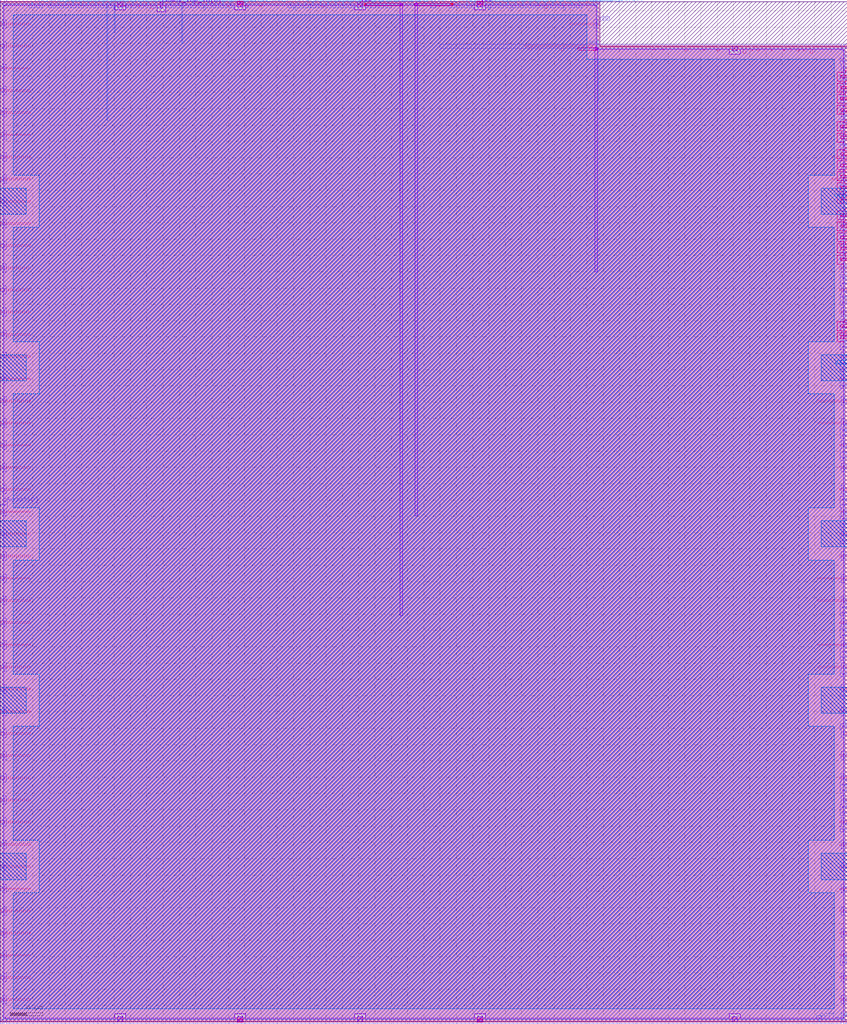
<source format=lef>
VERSION 5.7 ;
BUSBITCHARS "[]" ;

UNITS
  DATABASE MICRONS 1000 ;
END UNITS

MANUFACTURINGGRID 0.005 ;

LAYER li1
  TYPE ROUTING ;
  DIRECTION VERTICAL ;
  PITCH 0.46 ;
  WIDTH 0.17 ;
END li1

LAYER mcon
  TYPE CUT ;
END mcon

LAYER met1
  TYPE ROUTING ;
  DIRECTION HORIZONTAL ;
  PITCH 0.34 ;
  WIDTH 0.14 ;
END met1

LAYER via
  TYPE CUT ;
END via

LAYER met2
  TYPE ROUTING ;
  DIRECTION VERTICAL ;
  PITCH 0.46 ;
  WIDTH 0.14 ;
END met2

LAYER via2
  TYPE CUT ;
END via2

LAYER met3
  TYPE ROUTING ;
  DIRECTION HORIZONTAL ;
  PITCH 0.68 ;
  WIDTH 0.3 ;
END met3

LAYER via3
  TYPE CUT ;
END via3

LAYER met4
  TYPE ROUTING ;
  DIRECTION VERTICAL ;
  PITCH 0.92 ;
  WIDTH 0.3 ;
END met4

LAYER via4
  TYPE CUT ;
END via4

LAYER met5
  TYPE ROUTING ;
  DIRECTION HORIZONTAL ;
  PITCH 3.4 ;
  WIDTH 1.6 ;
END met5

LAYER nwell
  TYPE MASTERSLICE ;
END nwell

LAYER pwell
  TYPE MASTERSLICE ;
END pwell

LAYER OVERLAP
  TYPE OVERLAP ;
END OVERLAP

VIA L1M1_PR
  LAYER li1 ;
    RECT -0.085 -0.085 0.085 0.085 ;
  LAYER mcon ;
    RECT -0.085 -0.085 0.085 0.085 ;
  LAYER met1 ;
    RECT -0.145 -0.115 0.145 0.115 ;
END L1M1_PR

VIA L1M1_PR_R
  LAYER li1 ;
    RECT -0.085 -0.085 0.085 0.085 ;
  LAYER mcon ;
    RECT -0.085 -0.085 0.085 0.085 ;
  LAYER met1 ;
    RECT -0.115 -0.145 0.115 0.145 ;
END L1M1_PR_R

VIA L1M1_PR_M
  LAYER li1 ;
    RECT -0.085 -0.085 0.085 0.085 ;
  LAYER mcon ;
    RECT -0.085 -0.085 0.085 0.085 ;
  LAYER met1 ;
    RECT -0.115 -0.145 0.115 0.145 ;
END L1M1_PR_M

VIA L1M1_PR_MR
  LAYER li1 ;
    RECT -0.085 -0.085 0.085 0.085 ;
  LAYER mcon ;
    RECT -0.085 -0.085 0.085 0.085 ;
  LAYER met1 ;
    RECT -0.145 -0.115 0.145 0.115 ;
END L1M1_PR_MR

VIA L1M1_PR_C
  LAYER li1 ;
    RECT -0.085 -0.085 0.085 0.085 ;
  LAYER mcon ;
    RECT -0.085 -0.085 0.085 0.085 ;
  LAYER met1 ;
    RECT -0.145 -0.145 0.145 0.145 ;
END L1M1_PR_C

VIA M1M2_PR
  LAYER met1 ;
    RECT -0.16 -0.13 0.16 0.13 ;
  LAYER via ;
    RECT -0.075 -0.075 0.075 0.075 ;
  LAYER met2 ;
    RECT -0.13 -0.16 0.13 0.16 ;
END M1M2_PR

VIA M1M2_PR_Enc
  LAYER met1 ;
    RECT -0.16 -0.13 0.16 0.13 ;
  LAYER via ;
    RECT -0.075 -0.075 0.075 0.075 ;
  LAYER met2 ;
    RECT -0.16 -0.13 0.16 0.13 ;
END M1M2_PR_Enc

VIA M1M2_PR_R
  LAYER met1 ;
    RECT -0.13 -0.16 0.13 0.16 ;
  LAYER via ;
    RECT -0.075 -0.075 0.075 0.075 ;
  LAYER met2 ;
    RECT -0.16 -0.13 0.16 0.13 ;
END M1M2_PR_R

VIA M1M2_PR_R_Enc
  LAYER met1 ;
    RECT -0.13 -0.16 0.13 0.16 ;
  LAYER via ;
    RECT -0.075 -0.075 0.075 0.075 ;
  LAYER met2 ;
    RECT -0.13 -0.16 0.13 0.16 ;
END M1M2_PR_R_Enc

VIA M1M2_PR_M
  LAYER met1 ;
    RECT -0.16 -0.13 0.16 0.13 ;
  LAYER via ;
    RECT -0.075 -0.075 0.075 0.075 ;
  LAYER met2 ;
    RECT -0.16 -0.13 0.16 0.13 ;
END M1M2_PR_M

VIA M1M2_PR_M_Enc
  LAYER met1 ;
    RECT -0.16 -0.13 0.16 0.13 ;
  LAYER via ;
    RECT -0.075 -0.075 0.075 0.075 ;
  LAYER met2 ;
    RECT -0.13 -0.16 0.13 0.16 ;
END M1M2_PR_M_Enc

VIA M1M2_PR_MR
  LAYER met1 ;
    RECT -0.13 -0.16 0.13 0.16 ;
  LAYER via ;
    RECT -0.075 -0.075 0.075 0.075 ;
  LAYER met2 ;
    RECT -0.13 -0.16 0.13 0.16 ;
END M1M2_PR_MR

VIA M1M2_PR_MR_Enc
  LAYER met1 ;
    RECT -0.13 -0.16 0.13 0.16 ;
  LAYER via ;
    RECT -0.075 -0.075 0.075 0.075 ;
  LAYER met2 ;
    RECT -0.16 -0.13 0.16 0.13 ;
END M1M2_PR_MR_Enc

VIA M1M2_PR_C
  LAYER met1 ;
    RECT -0.16 -0.16 0.16 0.16 ;
  LAYER via ;
    RECT -0.075 -0.075 0.075 0.075 ;
  LAYER met2 ;
    RECT -0.16 -0.16 0.16 0.16 ;
END M1M2_PR_C

VIA M2M3_PR
  LAYER met2 ;
    RECT -0.14 -0.185 0.14 0.185 ;
  LAYER via2 ;
    RECT -0.1 -0.1 0.1 0.1 ;
  LAYER met3 ;
    RECT -0.165 -0.165 0.165 0.165 ;
END M2M3_PR

VIA M2M3_PR_R
  LAYER met2 ;
    RECT -0.185 -0.14 0.185 0.14 ;
  LAYER via2 ;
    RECT -0.1 -0.1 0.1 0.1 ;
  LAYER met3 ;
    RECT -0.165 -0.165 0.165 0.165 ;
END M2M3_PR_R

VIA M2M3_PR_M
  LAYER met2 ;
    RECT -0.14 -0.185 0.14 0.185 ;
  LAYER via2 ;
    RECT -0.1 -0.1 0.1 0.1 ;
  LAYER met3 ;
    RECT -0.165 -0.165 0.165 0.165 ;
END M2M3_PR_M

VIA M2M3_PR_MR
  LAYER met2 ;
    RECT -0.185 -0.14 0.185 0.14 ;
  LAYER via2 ;
    RECT -0.1 -0.1 0.1 0.1 ;
  LAYER met3 ;
    RECT -0.165 -0.165 0.165 0.165 ;
END M2M3_PR_MR

VIA M2M3_PR_C
  LAYER met2 ;
    RECT -0.185 -0.185 0.185 0.185 ;
  LAYER via2 ;
    RECT -0.1 -0.1 0.1 0.1 ;
  LAYER met3 ;
    RECT -0.165 -0.165 0.165 0.165 ;
END M2M3_PR_C

VIA M3M4_PR
  LAYER met3 ;
    RECT -0.19 -0.16 0.19 0.16 ;
  LAYER via3 ;
    RECT -0.1 -0.1 0.1 0.1 ;
  LAYER met4 ;
    RECT -0.165 -0.165 0.165 0.165 ;
END M3M4_PR

VIA M3M4_PR_R
  LAYER met3 ;
    RECT -0.16 -0.19 0.16 0.19 ;
  LAYER via3 ;
    RECT -0.1 -0.1 0.1 0.1 ;
  LAYER met4 ;
    RECT -0.165 -0.165 0.165 0.165 ;
END M3M4_PR_R

VIA M3M4_PR_M
  LAYER met3 ;
    RECT -0.19 -0.16 0.19 0.16 ;
  LAYER via3 ;
    RECT -0.1 -0.1 0.1 0.1 ;
  LAYER met4 ;
    RECT -0.165 -0.165 0.165 0.165 ;
END M3M4_PR_M

VIA M3M4_PR_MR
  LAYER met3 ;
    RECT -0.16 -0.19 0.16 0.19 ;
  LAYER via3 ;
    RECT -0.1 -0.1 0.1 0.1 ;
  LAYER met4 ;
    RECT -0.165 -0.165 0.165 0.165 ;
END M3M4_PR_MR

VIA M3M4_PR_C
  LAYER met3 ;
    RECT -0.19 -0.19 0.19 0.19 ;
  LAYER via3 ;
    RECT -0.1 -0.1 0.1 0.1 ;
  LAYER met4 ;
    RECT -0.165 -0.165 0.165 0.165 ;
END M3M4_PR_C

VIA M4M5_PR
  LAYER met4 ;
    RECT -0.59 -0.59 0.59 0.59 ;
  LAYER via4 ;
    RECT -0.4 -0.4 0.4 0.4 ;
  LAYER met5 ;
    RECT -0.71 -0.71 0.71 0.71 ;
END M4M5_PR

VIA M4M5_PR_R
  LAYER met4 ;
    RECT -0.59 -0.59 0.59 0.59 ;
  LAYER via4 ;
    RECT -0.4 -0.4 0.4 0.4 ;
  LAYER met5 ;
    RECT -0.71 -0.71 0.71 0.71 ;
END M4M5_PR_R

VIA M4M5_PR_M
  LAYER met4 ;
    RECT -0.59 -0.59 0.59 0.59 ;
  LAYER via4 ;
    RECT -0.4 -0.4 0.4 0.4 ;
  LAYER met5 ;
    RECT -0.71 -0.71 0.71 0.71 ;
END M4M5_PR_M

VIA M4M5_PR_MR
  LAYER met4 ;
    RECT -0.59 -0.59 0.59 0.59 ;
  LAYER via4 ;
    RECT -0.4 -0.4 0.4 0.4 ;
  LAYER met5 ;
    RECT -0.71 -0.71 0.71 0.71 ;
END M4M5_PR_MR

VIA M4M5_PR_C
  LAYER met4 ;
    RECT -0.59 -0.59 0.59 0.59 ;
  LAYER via4 ;
    RECT -0.4 -0.4 0.4 0.4 ;
  LAYER met5 ;
    RECT -0.71 -0.71 0.71 0.71 ;
END M4M5_PR_C

SITE unit
  CLASS CORE ;
  SYMMETRY Y ;
  SIZE 0.46 BY 2.72 ;
END unit

SITE unithddbl
  CLASS CORE ;
  SIZE 0.46 BY 5.44 ;
END unithddbl

MACRO sb_0__0_
  CLASS BLOCK ;
  ORIGIN 0 0 ;
  SIZE 103.96 BY 125.12 ;
  SYMMETRY X Y ;
  PIN pReset[0]
    DIRECTION INPUT ;
    USE SIGNAL ;
    PORT
      LAYER met1 ;
        RECT 0 63.34 0.595 63.48 ;
    END
  END pReset[0]
  PIN chany_top_in[0]
    DIRECTION INPUT ;
    USE SIGNAL ;
    PORT
      LAYER met4 ;
        RECT 19.63 124.32 19.93 125.12 ;
    END
  END chany_top_in[0]
  PIN chany_top_in[1]
    DIRECTION INPUT ;
    USE SIGNAL ;
    PORT
      LAYER met2 ;
        RECT 68.7 124.635 68.84 125.12 ;
    END
  END chany_top_in[1]
  PIN chany_top_in[2]
    DIRECTION INPUT ;
    USE SIGNAL ;
    PORT
      LAYER met2 ;
        RECT 55.36 124.635 55.5 125.12 ;
    END
  END chany_top_in[2]
  PIN chany_top_in[3]
    DIRECTION INPUT ;
    USE SIGNAL ;
    PORT
      LAYER met2 ;
        RECT 10.74 124.635 10.88 125.12 ;
    END
  END chany_top_in[3]
  PIN chany_top_in[4]
    DIRECTION INPUT ;
    USE SIGNAL ;
    PORT
      LAYER met2 ;
        RECT 7.98 124.635 8.12 125.12 ;
    END
  END chany_top_in[4]
  PIN chany_top_in[5]
    DIRECTION INPUT ;
    USE SIGNAL ;
    PORT
      LAYER met2 ;
        RECT 59.5 124.635 59.64 125.12 ;
    END
  END chany_top_in[5]
  PIN chany_top_in[6]
    DIRECTION INPUT ;
    USE SIGNAL ;
    PORT
      LAYER met2 ;
        RECT 11.66 124.635 11.8 125.12 ;
    END
  END chany_top_in[6]
  PIN chany_top_in[7]
    DIRECTION INPUT ;
    USE SIGNAL ;
    PORT
      LAYER met2 ;
        RECT 13.5 124.635 13.64 125.12 ;
    END
  END chany_top_in[7]
  PIN chany_top_in[8]
    DIRECTION INPUT ;
    USE SIGNAL ;
    PORT
      LAYER met2 ;
        RECT 25.46 124.635 25.6 125.12 ;
    END
  END chany_top_in[8]
  PIN chany_top_in[9]
    DIRECTION INPUT ;
    USE SIGNAL ;
    PORT
      LAYER met2 ;
        RECT 24.54 124.635 24.68 125.12 ;
    END
  END chany_top_in[9]
  PIN chany_top_in[10]
    DIRECTION INPUT ;
    USE SIGNAL ;
    PORT
      LAYER met2 ;
        RECT 36.5 124.635 36.64 125.12 ;
    END
  END chany_top_in[10]
  PIN chany_top_in[11]
    DIRECTION INPUT ;
    USE SIGNAL ;
    PORT
      LAYER met2 ;
        RECT 61.34 124.635 61.48 125.12 ;
    END
  END chany_top_in[11]
  PIN chany_top_in[12]
    DIRECTION INPUT ;
    USE SIGNAL ;
    PORT
      LAYER met2 ;
        RECT 53.06 124.635 53.2 125.12 ;
    END
  END chany_top_in[12]
  PIN chany_top_in[13]
    DIRECTION INPUT ;
    USE SIGNAL ;
    PORT
      LAYER met2 ;
        RECT 66.86 124.635 67 125.12 ;
    END
  END chany_top_in[13]
  PIN chany_top_in[14]
    DIRECTION INPUT ;
    USE SIGNAL ;
    PORT
      LAYER met2 ;
        RECT 70.08 124.635 70.22 125.12 ;
    END
  END chany_top_in[14]
  PIN chany_top_in[15]
    DIRECTION INPUT ;
    USE SIGNAL ;
    PORT
      LAYER met2 ;
        RECT 57.2 124.635 57.34 125.12 ;
    END
  END chany_top_in[15]
  PIN chany_top_in[16]
    DIRECTION INPUT ;
    USE SIGNAL ;
    PORT
      LAYER met2 ;
        RECT 60.42 124.635 60.56 125.12 ;
    END
  END chany_top_in[16]
  PIN chany_top_in[17]
    DIRECTION INPUT ;
    USE SIGNAL ;
    PORT
      LAYER met2 ;
        RECT 27.3 124.635 27.44 125.12 ;
    END
  END chany_top_in[17]
  PIN chany_top_in[18]
    DIRECTION INPUT ;
    USE SIGNAL ;
    PORT
      LAYER met2 ;
        RECT 35.58 124.635 35.72 125.12 ;
    END
  END chany_top_in[18]
  PIN chany_top_in[19]
    DIRECTION INPUT ;
    USE SIGNAL ;
    PORT
      LAYER met2 ;
        RECT 65.02 124.635 65.16 125.12 ;
    END
  END chany_top_in[19]
  PIN chany_top_in[20]
    DIRECTION INPUT ;
    USE SIGNAL ;
    PORT
      LAYER met2 ;
        RECT 65.94 124.635 66.08 125.12 ;
    END
  END chany_top_in[20]
  PIN chany_top_in[21]
    DIRECTION INPUT ;
    USE SIGNAL ;
    PORT
      LAYER met2 ;
        RECT 58.12 124.635 58.26 125.12 ;
    END
  END chany_top_in[21]
  PIN chany_top_in[22]
    DIRECTION INPUT ;
    USE SIGNAL ;
    PORT
      LAYER met2 ;
        RECT 12.58 124.635 12.72 125.12 ;
    END
  END chany_top_in[22]
  PIN chany_top_in[23]
    DIRECTION INPUT ;
    USE SIGNAL ;
    PORT
      LAYER met2 ;
        RECT 14.42 124.635 14.56 125.12 ;
    END
  END chany_top_in[23]
  PIN chany_top_in[24]
    DIRECTION INPUT ;
    USE SIGNAL ;
    PORT
      LAYER met2 ;
        RECT 30.06 124.635 30.2 125.12 ;
    END
  END chany_top_in[24]
  PIN chany_top_in[25]
    DIRECTION INPUT ;
    USE SIGNAL ;
    PORT
      LAYER met2 ;
        RECT 9.82 124.635 9.96 125.12 ;
    END
  END chany_top_in[25]
  PIN chany_top_in[26]
    DIRECTION INPUT ;
    USE SIGNAL ;
    PORT
      LAYER met2 ;
        RECT 64.1 124.635 64.24 125.12 ;
    END
  END chany_top_in[26]
  PIN chany_top_in[27]
    DIRECTION INPUT ;
    USE SIGNAL ;
    PORT
      LAYER met2 ;
        RECT 56.28 124.635 56.42 125.12 ;
    END
  END chany_top_in[27]
  PIN chany_top_in[28]
    DIRECTION INPUT ;
    USE SIGNAL ;
    PORT
      LAYER met2 ;
        RECT 71 124.635 71.14 125.12 ;
    END
  END chany_top_in[28]
  PIN chany_top_in[29]
    DIRECTION INPUT ;
    USE SIGNAL ;
    PORT
      LAYER met2 ;
        RECT 47.54 124.635 47.68 125.12 ;
    END
  END chany_top_in[29]
  PIN top_left_grid_pin_1_[0]
    DIRECTION INPUT ;
    USE SIGNAL ;
    PORT
      LAYER met2 ;
        RECT 3.84 124.635 3.98 125.12 ;
    END
  END top_left_grid_pin_1_[0]
  PIN chanx_right_in[0]
    DIRECTION INPUT ;
    USE SIGNAL ;
    PORT
      LAYER met1 ;
        RECT 103.365 23.56 103.96 23.7 ;
    END
  END chanx_right_in[0]
  PIN chanx_right_in[1]
    DIRECTION INPUT ;
    USE SIGNAL ;
    PORT
      LAYER met3 ;
        RECT 103.16 109.67 103.96 109.97 ;
    END
  END chanx_right_in[1]
  PIN chanx_right_in[2]
    DIRECTION INPUT ;
    USE SIGNAL ;
    PORT
      LAYER met1 ;
        RECT 103.365 28.32 103.96 28.46 ;
    END
  END chanx_right_in[2]
  PIN chanx_right_in[3]
    DIRECTION INPUT ;
    USE SIGNAL ;
    PORT
      LAYER met1 ;
        RECT 103.365 69.12 103.96 69.26 ;
    END
  END chanx_right_in[3]
  PIN chanx_right_in[4]
    DIRECTION INPUT ;
    USE SIGNAL ;
    PORT
      LAYER met1 ;
        RECT 103.365 110.26 103.96 110.4 ;
    END
  END chanx_right_in[4]
  PIN chanx_right_in[5]
    DIRECTION INPUT ;
    USE SIGNAL ;
    PORT
      LAYER met1 ;
        RECT 103.365 48.04 103.96 48.18 ;
    END
  END chanx_right_in[5]
  PIN chanx_right_in[6]
    DIRECTION INPUT ;
    USE SIGNAL ;
    PORT
      LAYER met1 ;
        RECT 103.365 42.6 103.96 42.74 ;
    END
  END chanx_right_in[6]
  PIN chanx_right_in[7]
    DIRECTION INPUT ;
    USE SIGNAL ;
    PORT
      LAYER met1 ;
        RECT 103.365 109.58 103.96 109.72 ;
    END
  END chanx_right_in[7]
  PIN chanx_right_in[8]
    DIRECTION INPUT ;
    USE SIGNAL ;
    PORT
      LAYER met1 ;
        RECT 103.365 60.96 103.96 61.1 ;
    END
  END chanx_right_in[8]
  PIN chanx_right_in[9]
    DIRECTION INPUT ;
    USE SIGNAL ;
    PORT
      LAYER met1 ;
        RECT 103.365 105.16 103.96 105.3 ;
    END
  END chanx_right_in[9]
  PIN chanx_right_in[10]
    DIRECTION INPUT ;
    USE SIGNAL ;
    PORT
      LAYER met1 ;
        RECT 103.365 102.44 103.96 102.58 ;
    END
  END chanx_right_in[10]
  PIN chanx_right_in[11]
    DIRECTION INPUT ;
    USE SIGNAL ;
    PORT
      LAYER met1 ;
        RECT 103.365 85.1 103.96 85.24 ;
    END
  END chanx_right_in[11]
  PIN chanx_right_in[12]
    DIRECTION INPUT ;
    USE SIGNAL ;
    PORT
      LAYER met1 ;
        RECT 103.365 26.28 103.96 26.42 ;
    END
  END chanx_right_in[12]
  PIN chanx_right_in[13]
    DIRECTION INPUT ;
    USE SIGNAL ;
    PORT
      LAYER met1 ;
        RECT 103.365 106.86 103.96 107 ;
    END
  END chanx_right_in[13]
  PIN chanx_right_in[14]
    DIRECTION INPUT ;
    USE SIGNAL ;
    PORT
      LAYER met1 ;
        RECT 103.365 50.76 103.96 50.9 ;
    END
  END chanx_right_in[14]
  PIN chanx_right_in[15]
    DIRECTION INPUT ;
    USE SIGNAL ;
    PORT
      LAYER met3 ;
        RECT 103.16 83.83 103.96 84.13 ;
    END
  END chanx_right_in[15]
  PIN chanx_right_in[16]
    DIRECTION INPUT ;
    USE SIGNAL ;
    PORT
      LAYER met1 ;
        RECT 103.365 64.02 103.96 64.16 ;
    END
  END chanx_right_in[16]
  PIN chanx_right_in[17]
    DIRECTION INPUT ;
    USE SIGNAL ;
    PORT
      LAYER met1 ;
        RECT 103.365 47.36 103.96 47.5 ;
    END
  END chanx_right_in[17]
  PIN chanx_right_in[18]
    DIRECTION INPUT ;
    USE SIGNAL ;
    PORT
      LAYER met1 ;
        RECT 103.365 25.6 103.96 25.74 ;
    END
  END chanx_right_in[18]
  PIN chanx_right_in[19]
    DIRECTION INPUT ;
    USE SIGNAL ;
    PORT
      LAYER met1 ;
        RECT 103.365 71.84 103.96 71.98 ;
    END
  END chanx_right_in[19]
  PIN chanx_right_in[20]
    DIRECTION INPUT ;
    USE SIGNAL ;
    PORT
      LAYER met1 ;
        RECT 103.365 98.7 103.96 98.84 ;
    END
  END chanx_right_in[20]
  PIN chanx_right_in[21]
    DIRECTION INPUT ;
    USE SIGNAL ;
    PORT
      LAYER met1 ;
        RECT 103.365 93.6 103.96 93.74 ;
    END
  END chanx_right_in[21]
  PIN chanx_right_in[22]
    DIRECTION INPUT ;
    USE SIGNAL ;
    PORT
      LAYER met3 ;
        RECT 103.16 85.19 103.96 85.49 ;
    END
  END chanx_right_in[22]
  PIN chanx_right_in[23]
    DIRECTION INPUT ;
    USE SIGNAL ;
    PORT
      LAYER met1 ;
        RECT 103.365 82.72 103.96 82.86 ;
    END
  END chanx_right_in[23]
  PIN chanx_right_in[24]
    DIRECTION INPUT ;
    USE SIGNAL ;
    PORT
      LAYER met1 ;
        RECT 103.365 45.32 103.96 45.46 ;
    END
  END chanx_right_in[24]
  PIN chanx_right_in[25]
    DIRECTION INPUT ;
    USE SIGNAL ;
    PORT
      LAYER met1 ;
        RECT 103.365 107.54 103.96 107.68 ;
    END
  END chanx_right_in[25]
  PIN chanx_right_in[26]
    DIRECTION INPUT ;
    USE SIGNAL ;
    PORT
      LAYER met3 ;
        RECT 103.16 97.43 103.96 97.73 ;
    END
  END chanx_right_in[26]
  PIN chanx_right_in[27]
    DIRECTION INPUT ;
    USE SIGNAL ;
    PORT
      LAYER met1 ;
        RECT 103.365 50.08 103.96 50.22 ;
    END
  END chanx_right_in[27]
  PIN chanx_right_in[28]
    DIRECTION INPUT ;
    USE SIGNAL ;
    PORT
      LAYER met1 ;
        RECT 103.365 69.8 103.96 69.94 ;
    END
  END chanx_right_in[28]
  PIN chanx_right_in[29]
    DIRECTION INPUT ;
    USE SIGNAL ;
    PORT
      LAYER met1 ;
        RECT 103.365 83.4 103.96 83.54 ;
    END
  END chanx_right_in[29]
  PIN right_bottom_grid_pin_1_[0]
    DIRECTION INPUT ;
    USE SIGNAL ;
    PORT
      LAYER met3 ;
        RECT 103.16 98.79 103.96 99.09 ;
    END
  END right_bottom_grid_pin_1_[0]
  PIN right_bottom_grid_pin_3_[0]
    DIRECTION INPUT ;
    USE SIGNAL ;
    PORT
      LAYER met1 ;
        RECT 103.365 58.92 103.96 59.06 ;
    END
  END right_bottom_grid_pin_3_[0]
  PIN right_bottom_grid_pin_5_[0]
    DIRECTION INPUT ;
    USE SIGNAL ;
    PORT
      LAYER met3 ;
        RECT 103.16 93.35 103.96 93.65 ;
    END
  END right_bottom_grid_pin_5_[0]
  PIN right_bottom_grid_pin_7_[0]
    DIRECTION INPUT ;
    USE SIGNAL ;
    PORT
      LAYER met1 ;
        RECT 103.365 39.88 103.96 40.02 ;
    END
  END right_bottom_grid_pin_7_[0]
  PIN right_bottom_grid_pin_9_[0]
    DIRECTION INPUT ;
    USE SIGNAL ;
    PORT
      LAYER met3 ;
        RECT 103.16 115.79 103.96 116.09 ;
    END
  END right_bottom_grid_pin_9_[0]
  PIN right_bottom_grid_pin_11_[0]
    DIRECTION INPUT ;
    USE SIGNAL ;
    PORT
      LAYER met3 ;
        RECT 103.16 114.43 103.96 114.73 ;
    END
  END right_bottom_grid_pin_11_[0]
  PIN right_bottom_grid_pin_13_[0]
    DIRECTION INPUT ;
    USE SIGNAL ;
    PORT
      LAYER met3 ;
        RECT 103.16 113.07 103.96 113.37 ;
    END
  END right_bottom_grid_pin_13_[0]
  PIN right_bottom_grid_pin_15_[0]
    DIRECTION INPUT ;
    USE SIGNAL ;
    PORT
      LAYER met3 ;
        RECT 103.16 94.71 103.96 95.01 ;
    END
  END right_bottom_grid_pin_15_[0]
  PIN right_bottom_grid_pin_17_[0]
    DIRECTION INPUT ;
    USE SIGNAL ;
    PORT
      LAYER met3 ;
        RECT 103.16 100.83 103.96 101.13 ;
    END
  END right_bottom_grid_pin_17_[0]
  PIN ccff_head[0]
    DIRECTION INPUT ;
    USE SIGNAL ;
    PORT
      LAYER met1 ;
        RECT 103.365 61.64 103.96 61.78 ;
    END
  END ccff_head[0]
  PIN chany_top_out[0]
    DIRECTION OUTPUT ;
    USE SIGNAL ;
    PORT
      LAYER met2 ;
        RECT 15.34 124.635 15.48 125.12 ;
    END
  END chany_top_out[0]
  PIN chany_top_out[1]
    DIRECTION OUTPUT ;
    USE SIGNAL ;
    PORT
      LAYER met2 ;
        RECT 62.26 124.635 62.4 125.12 ;
    END
  END chany_top_out[1]
  PIN chany_top_out[2]
    DIRECTION OUTPUT ;
    USE SIGNAL ;
    PORT
      LAYER met2 ;
        RECT 16.26 124.635 16.4 125.12 ;
    END
  END chany_top_out[2]
  PIN chany_top_out[3]
    DIRECTION OUTPUT ;
    USE SIGNAL ;
    PORT
      LAYER met2 ;
        RECT 7.06 124.635 7.2 125.12 ;
    END
  END chany_top_out[3]
  PIN chany_top_out[4]
    DIRECTION OUTPUT ;
    USE SIGNAL ;
    PORT
      LAYER met2 ;
        RECT 46.62 124.635 46.76 125.12 ;
    END
  END chany_top_out[4]
  PIN chany_top_out[5]
    DIRECTION OUTPUT ;
    USE SIGNAL ;
    PORT
      LAYER met2 ;
        RECT 23.62 124.635 23.76 125.12 ;
    END
  END chany_top_out[5]
  PIN chany_top_out[6]
    DIRECTION OUTPUT ;
    USE SIGNAL ;
    PORT
      LAYER met2 ;
        RECT 8.9 124.635 9.04 125.12 ;
    END
  END chany_top_out[6]
  PIN chany_top_out[7]
    DIRECTION OUTPUT ;
    USE SIGNAL ;
    PORT
      LAYER met2 ;
        RECT 37.42 124.635 37.56 125.12 ;
    END
  END chany_top_out[7]
  PIN chany_top_out[8]
    DIRECTION OUTPUT ;
    USE SIGNAL ;
    PORT
      LAYER met2 ;
        RECT 63.18 124.635 63.32 125.12 ;
    END
  END chany_top_out[8]
  PIN chany_top_out[9]
    DIRECTION OUTPUT ;
    USE SIGNAL ;
    PORT
      LAYER met2 ;
        RECT 17.18 124.635 17.32 125.12 ;
    END
  END chany_top_out[9]
  PIN chany_top_out[10]
    DIRECTION OUTPUT ;
    USE SIGNAL ;
    PORT
      LAYER met2 ;
        RECT 45.7 124.635 45.84 125.12 ;
    END
  END chany_top_out[10]
  PIN chany_top_out[11]
    DIRECTION OUTPUT ;
    USE SIGNAL ;
    PORT
      LAYER met2 ;
        RECT 22.7 124.635 22.84 125.12 ;
    END
  END chany_top_out[11]
  PIN chany_top_out[12]
    DIRECTION OUTPUT ;
    USE SIGNAL ;
    PORT
      LAYER met2 ;
        RECT 26.38 124.635 26.52 125.12 ;
    END
  END chany_top_out[12]
  PIN chany_top_out[13]
    DIRECTION OUTPUT ;
    USE SIGNAL ;
    PORT
      LAYER met2 ;
        RECT 18.1 124.635 18.24 125.12 ;
    END
  END chany_top_out[13]
  PIN chany_top_out[14]
    DIRECTION OUTPUT ;
    USE SIGNAL ;
    PORT
      LAYER met2 ;
        RECT 67.78 124.635 67.92 125.12 ;
    END
  END chany_top_out[14]
  PIN chany_top_out[15]
    DIRECTION OUTPUT ;
    USE SIGNAL ;
    PORT
      LAYER met2 ;
        RECT 38.34 124.635 38.48 125.12 ;
    END
  END chany_top_out[15]
  PIN chany_top_out[16]
    DIRECTION OUTPUT ;
    USE SIGNAL ;
    PORT
      LAYER met2 ;
        RECT 44.78 124.635 44.92 125.12 ;
    END
  END chany_top_out[16]
  PIN chany_top_out[17]
    DIRECTION OUTPUT ;
    USE SIGNAL ;
    PORT
      LAYER met2 ;
        RECT 21.78 124.635 21.92 125.12 ;
    END
  END chany_top_out[17]
  PIN chany_top_out[18]
    DIRECTION OUTPUT ;
    USE SIGNAL ;
    PORT
      LAYER met2 ;
        RECT 4.76 124.635 4.9 125.12 ;
    END
  END chany_top_out[18]
  PIN chany_top_out[19]
    DIRECTION OUTPUT ;
    USE SIGNAL ;
    PORT
      LAYER met2 ;
        RECT 39.26 124.635 39.4 125.12 ;
    END
  END chany_top_out[19]
  PIN chany_top_out[20]
    DIRECTION OUTPUT ;
    USE SIGNAL ;
    PORT
      LAYER met2 ;
        RECT 43.86 124.635 44 125.12 ;
    END
  END chany_top_out[20]
  PIN chany_top_out[21]
    DIRECTION OUTPUT ;
    USE SIGNAL ;
    PORT
      LAYER met2 ;
        RECT 19.02 124.635 19.16 125.12 ;
    END
  END chany_top_out[21]
  PIN chany_top_out[22]
    DIRECTION OUTPUT ;
    USE SIGNAL ;
    PORT
      LAYER met2 ;
        RECT 6.14 124.635 6.28 125.12 ;
    END
  END chany_top_out[22]
  PIN chany_top_out[23]
    DIRECTION OUTPUT ;
    USE SIGNAL ;
    PORT
      LAYER met2 ;
        RECT 40.18 124.635 40.32 125.12 ;
    END
  END chany_top_out[23]
  PIN chany_top_out[24]
    DIRECTION OUTPUT ;
    USE SIGNAL ;
    PORT
      LAYER met2 ;
        RECT 28.22 124.635 28.36 125.12 ;
    END
  END chany_top_out[24]
  PIN chany_top_out[25]
    DIRECTION OUTPUT ;
    USE SIGNAL ;
    PORT
      LAYER met2 ;
        RECT 42.94 124.635 43.08 125.12 ;
    END
  END chany_top_out[25]
  PIN chany_top_out[26]
    DIRECTION OUTPUT ;
    USE SIGNAL ;
    PORT
      LAYER met2 ;
        RECT 41.1 124.635 41.24 125.12 ;
    END
  END chany_top_out[26]
  PIN chany_top_out[27]
    DIRECTION OUTPUT ;
    USE SIGNAL ;
    PORT
      LAYER met2 ;
        RECT 20.86 124.635 21 125.12 ;
    END
  END chany_top_out[27]
  PIN chany_top_out[28]
    DIRECTION OUTPUT ;
    USE SIGNAL ;
    PORT
      LAYER met2 ;
        RECT 19.94 124.635 20.08 125.12 ;
    END
  END chany_top_out[28]
  PIN chany_top_out[29]
    DIRECTION OUTPUT ;
    USE SIGNAL ;
    PORT
      LAYER met2 ;
        RECT 42.02 124.635 42.16 125.12 ;
    END
  END chany_top_out[29]
  PIN chanx_right_out[0]
    DIRECTION OUTPUT ;
    USE SIGNAL ;
    PORT
      LAYER met1 ;
        RECT 103.365 44.64 103.96 44.78 ;
    END
  END chanx_right_out[0]
  PIN chanx_right_out[1]
    DIRECTION OUTPUT ;
    USE SIGNAL ;
    PORT
      LAYER met1 ;
        RECT 103.365 77.96 103.96 78.1 ;
    END
  END chanx_right_out[1]
  PIN chanx_right_out[2]
    DIRECTION OUTPUT ;
    USE SIGNAL ;
    PORT
      LAYER met1 ;
        RECT 103.365 63.34 103.96 63.48 ;
    END
  END chanx_right_out[2]
  PIN chanx_right_out[3]
    DIRECTION OUTPUT ;
    USE SIGNAL ;
    PORT
      LAYER met1 ;
        RECT 103.365 115.02 103.96 115.16 ;
    END
  END chanx_right_out[3]
  PIN chanx_right_out[4]
    DIRECTION OUTPUT ;
    USE SIGNAL ;
    PORT
      LAYER met1 ;
        RECT 103.365 115.7 103.96 115.84 ;
    END
  END chanx_right_out[4]
  PIN chanx_right_out[5]
    DIRECTION OUTPUT ;
    USE SIGNAL ;
    PORT
      LAYER met1 ;
        RECT 103.365 29 103.96 29.14 ;
    END
  END chanx_right_out[5]
  PIN chanx_right_out[6]
    DIRECTION OUTPUT ;
    USE SIGNAL ;
    PORT
      LAYER met3 ;
        RECT 103.16 102.19 103.96 102.49 ;
    END
  END chanx_right_out[6]
  PIN chanx_right_out[7]
    DIRECTION OUTPUT ;
    USE SIGNAL ;
    PORT
      LAYER met1 ;
        RECT 103.365 101.42 103.96 101.56 ;
    END
  END chanx_right_out[7]
  PIN chanx_right_out[8]
    DIRECTION OUTPUT ;
    USE SIGNAL ;
    PORT
      LAYER met1 ;
        RECT 103.365 80 103.96 80.14 ;
    END
  END chanx_right_out[8]
  PIN chanx_right_out[9]
    DIRECTION OUTPUT ;
    USE SIGNAL ;
    PORT
      LAYER met1 ;
        RECT 103.365 113.32 103.96 113.46 ;
    END
  END chanx_right_out[9]
  PIN chanx_right_out[10]
    DIRECTION OUTPUT ;
    USE SIGNAL ;
    PORT
      LAYER met1 ;
        RECT 103.365 117.74 103.96 117.88 ;
    END
  END chanx_right_out[10]
  PIN chanx_right_out[11]
    DIRECTION OUTPUT ;
    USE SIGNAL ;
    PORT
      LAYER met1 ;
        RECT 103.365 88.16 103.96 88.3 ;
    END
  END chanx_right_out[11]
  PIN chanx_right_out[12]
    DIRECTION OUTPUT ;
    USE SIGNAL ;
    PORT
      LAYER met1 ;
        RECT 103.365 94.28 103.96 94.42 ;
    END
  END chanx_right_out[12]
  PIN chanx_right_out[13]
    DIRECTION OUTPUT ;
    USE SIGNAL ;
    PORT
      LAYER met1 ;
        RECT 103.365 99.72 103.96 99.86 ;
    END
  END chanx_right_out[13]
  PIN chanx_right_out[14]
    DIRECTION OUTPUT ;
    USE SIGNAL ;
    PORT
      LAYER met1 ;
        RECT 103.365 72.52 103.96 72.66 ;
    END
  END chanx_right_out[14]
  PIN chanx_right_out[15]
    DIRECTION OUTPUT ;
    USE SIGNAL ;
    PORT
      LAYER met1 ;
        RECT 103.365 97 103.96 97.14 ;
    END
  END chanx_right_out[15]
  PIN chanx_right_out[16]
    DIRECTION OUTPUT ;
    USE SIGNAL ;
    PORT
      LAYER met1 ;
        RECT 103.365 95.98 103.96 96.12 ;
    END
  END chanx_right_out[16]
  PIN chanx_right_out[17]
    DIRECTION OUTPUT ;
    USE SIGNAL ;
    PORT
      LAYER met1 ;
        RECT 103.365 91.22 103.96 91.36 ;
    END
  END chanx_right_out[17]
  PIN chanx_right_out[18]
    DIRECTION OUTPUT ;
    USE SIGNAL ;
    PORT
      LAYER met3 ;
        RECT 103.16 103.55 103.96 103.85 ;
    END
  END chanx_right_out[18]
  PIN chanx_right_out[19]
    DIRECTION OUTPUT ;
    USE SIGNAL ;
    PORT
      LAYER met3 ;
        RECT 103.16 104.91 103.96 105.21 ;
    END
  END chanx_right_out[19]
  PIN chanx_right_out[20]
    DIRECTION OUTPUT ;
    USE SIGNAL ;
    PORT
      LAYER met1 ;
        RECT 103.365 80.68 103.96 80.82 ;
    END
  END chanx_right_out[20]
  PIN chanx_right_out[21]
    DIRECTION OUTPUT ;
    USE SIGNAL ;
    PORT
      LAYER met1 ;
        RECT 103.365 104.14 103.96 104.28 ;
    END
  END chanx_right_out[21]
  PIN chanx_right_out[22]
    DIRECTION OUTPUT ;
    USE SIGNAL ;
    PORT
      LAYER met3 ;
        RECT 103.16 106.27 103.96 106.57 ;
    END
  END chanx_right_out[22]
  PIN chanx_right_out[23]
    DIRECTION OUTPUT ;
    USE SIGNAL ;
    PORT
      LAYER met1 ;
        RECT 103.365 90.54 103.96 90.68 ;
    END
  END chanx_right_out[23]
  PIN chanx_right_out[24]
    DIRECTION OUTPUT ;
    USE SIGNAL ;
    PORT
      LAYER met3 ;
        RECT 103.16 96.07 103.96 96.37 ;
    END
  END chanx_right_out[24]
  PIN chanx_right_out[25]
    DIRECTION OUTPUT ;
    USE SIGNAL ;
    PORT
      LAYER met3 ;
        RECT 103.16 108.31 103.96 108.61 ;
    END
  END chanx_right_out[25]
  PIN chanx_right_out[26]
    DIRECTION OUTPUT ;
    USE SIGNAL ;
    PORT
      LAYER met1 ;
        RECT 103.365 85.78 103.96 85.92 ;
    END
  END chanx_right_out[26]
  PIN chanx_right_out[27]
    DIRECTION OUTPUT ;
    USE SIGNAL ;
    PORT
      LAYER met1 ;
        RECT 103.365 112.3 103.96 112.44 ;
    END
  END chanx_right_out[27]
  PIN chanx_right_out[28]
    DIRECTION OUTPUT ;
    USE SIGNAL ;
    PORT
      LAYER met3 ;
        RECT 103.16 111.71 103.96 112.01 ;
    END
  END chanx_right_out[28]
  PIN chanx_right_out[29]
    DIRECTION OUTPUT ;
    USE SIGNAL ;
    PORT
      LAYER met1 ;
        RECT 103.365 88.84 103.96 88.98 ;
    END
  END chanx_right_out[29]
  PIN ccff_tail[0]
    DIRECTION OUTPUT ;
    USE SIGNAL ;
    PORT
      LAYER met2 ;
        RECT 100.44 0 100.58 0.485 ;
    END
  END ccff_tail[0]
  PIN pReset_E_in
    DIRECTION INPUT ;
    USE SIGNAL ;
    PORT
      LAYER met1 ;
        RECT 103.365 36.14 103.96 36.28 ;
    END
  END pReset_E_in
  PIN prog_clk_0_E_in
    DIRECTION INPUT ;
    USE CLOCK ;
    PORT
      LAYER met1 ;
        RECT 103.365 7.24 103.96 7.38 ;
    END
  END prog_clk_0_E_in
  PIN VDD
    DIRECTION INPUT ;
    USE POWER ;
    PORT
      LAYER met5 ;
        RECT 0 17.44 3.2 20.64 ;
        RECT 100.76 17.44 103.96 20.64 ;
        RECT 0 58.24 3.2 61.44 ;
        RECT 100.76 58.24 103.96 61.44 ;
        RECT 0 99.04 3.2 102.24 ;
        RECT 100.76 99.04 103.96 102.24 ;
      LAYER met4 ;
        RECT 14.42 0 15.02 0.6 ;
        RECT 43.86 0 44.46 0.6 ;
        RECT 89.86 0 90.46 0.6 ;
        RECT 89.86 119.08 90.46 119.68 ;
        RECT 14.42 124.52 15.02 125.12 ;
        RECT 43.86 124.52 44.46 125.12 ;
      LAYER met1 ;
        RECT 0 2.48 0.48 2.96 ;
        RECT 103.48 2.48 103.96 2.96 ;
        RECT 0 7.92 0.48 8.4 ;
        RECT 103.48 7.92 103.96 8.4 ;
        RECT 0 13.36 0.48 13.84 ;
        RECT 103.48 13.36 103.96 13.84 ;
        RECT 0 18.8 0.48 19.28 ;
        RECT 103.48 18.8 103.96 19.28 ;
        RECT 0 24.24 0.48 24.72 ;
        RECT 103.48 24.24 103.96 24.72 ;
        RECT 0 29.68 0.48 30.16 ;
        RECT 103.48 29.68 103.96 30.16 ;
        RECT 0 35.12 0.48 35.6 ;
        RECT 103.48 35.12 103.96 35.6 ;
        RECT 0 40.56 0.48 41.04 ;
        RECT 103.48 40.56 103.96 41.04 ;
        RECT 0 46 0.48 46.48 ;
        RECT 103.48 46 103.96 46.48 ;
        RECT 0 51.44 0.48 51.92 ;
        RECT 103.48 51.44 103.96 51.92 ;
        RECT 0 56.88 0.48 57.36 ;
        RECT 103.48 56.88 103.96 57.36 ;
        RECT 0 62.32 0.48 62.8 ;
        RECT 103.48 62.32 103.96 62.8 ;
        RECT 0 67.76 0.48 68.24 ;
        RECT 103.48 67.76 103.96 68.24 ;
        RECT 0 73.2 0.48 73.68 ;
        RECT 103.48 73.2 103.96 73.68 ;
        RECT 0 78.64 0.48 79.12 ;
        RECT 103.48 78.64 103.96 79.12 ;
        RECT 0 84.08 0.48 84.56 ;
        RECT 103.48 84.08 103.96 84.56 ;
        RECT 0 89.52 0.48 90 ;
        RECT 103.48 89.52 103.96 90 ;
        RECT 0 94.96 0.48 95.44 ;
        RECT 103.48 94.96 103.96 95.44 ;
        RECT 0 100.4 0.48 100.88 ;
        RECT 103.48 100.4 103.96 100.88 ;
        RECT 0 105.84 0.48 106.32 ;
        RECT 103.48 105.84 103.96 106.32 ;
        RECT 0 111.28 0.48 111.76 ;
        RECT 103.48 111.28 103.96 111.76 ;
        RECT 0 116.72 0.48 117.2 ;
        RECT 103.48 116.72 103.96 117.2 ;
        RECT 0 122.16 0.48 122.64 ;
        RECT 73.12 122.16 73.6 122.64 ;
    END
  END VDD
  PIN VSS
    DIRECTION INPUT ;
    USE GROUND ;
    PORT
      LAYER met5 ;
        RECT 0 37.84 3.2 41.04 ;
        RECT 100.76 37.84 103.96 41.04 ;
        RECT 0 78.64 3.2 81.84 ;
        RECT 100.76 78.64 103.96 81.84 ;
      LAYER met4 ;
        RECT 29.14 0 29.74 0.6 ;
        RECT 58.58 0 59.18 0.6 ;
        RECT 29.14 124.52 29.74 125.12 ;
        RECT 58.58 124.52 59.18 125.12 ;
      LAYER met1 ;
        RECT 0 -0.24 0.48 0.24 ;
        RECT 103.48 -0.24 103.96 0.24 ;
        RECT 0 5.2 0.48 5.68 ;
        RECT 103.48 5.2 103.96 5.68 ;
        RECT 0 10.64 0.48 11.12 ;
        RECT 103.48 10.64 103.96 11.12 ;
        RECT 0 16.08 0.48 16.56 ;
        RECT 103.48 16.08 103.96 16.56 ;
        RECT 0 21.52 0.48 22 ;
        RECT 103.48 21.52 103.96 22 ;
        RECT 0 26.96 0.48 27.44 ;
        RECT 103.48 26.96 103.96 27.44 ;
        RECT 0 32.4 0.48 32.88 ;
        RECT 103.48 32.4 103.96 32.88 ;
        RECT 0 37.84 0.48 38.32 ;
        RECT 103.48 37.84 103.96 38.32 ;
        RECT 0 43.28 0.48 43.76 ;
        RECT 103.48 43.28 103.96 43.76 ;
        RECT 0 48.72 0.48 49.2 ;
        RECT 103.48 48.72 103.96 49.2 ;
        RECT 0 54.16 0.48 54.64 ;
        RECT 103.48 54.16 103.96 54.64 ;
        RECT 0 59.6 0.48 60.08 ;
        RECT 103.48 59.6 103.96 60.08 ;
        RECT 0 65.04 0.48 65.52 ;
        RECT 103.48 65.04 103.96 65.52 ;
        RECT 0 70.48 0.48 70.96 ;
        RECT 103.48 70.48 103.96 70.96 ;
        RECT 0 75.92 0.48 76.4 ;
        RECT 103.48 75.92 103.96 76.4 ;
        RECT 0 81.36 0.48 81.84 ;
        RECT 103.48 81.36 103.96 81.84 ;
        RECT 0 86.8 0.48 87.28 ;
        RECT 103.48 86.8 103.96 87.28 ;
        RECT 0 92.24 0.48 92.72 ;
        RECT 103.48 92.24 103.96 92.72 ;
        RECT 0 97.68 0.48 98.16 ;
        RECT 103.48 97.68 103.96 98.16 ;
        RECT 0 103.12 0.48 103.6 ;
        RECT 103.48 103.12 103.96 103.6 ;
        RECT 0 108.56 0.48 109.04 ;
        RECT 103.48 108.56 103.96 109.04 ;
        RECT 0 114 0.48 114.48 ;
        RECT 103.48 114 103.96 114.48 ;
        RECT 0 119.44 0.48 119.92 ;
        RECT 103.48 119.44 103.96 119.92 ;
        RECT 0 124.88 0.48 125.36 ;
        RECT 73.12 124.88 73.6 125.36 ;
    END
  END VSS
  OBS
    LAYER met1 ;
      POLYGON 72.84 125.36 72.84 124.88 59.04 124.88 59.04 124.87 58.72 124.87 58.72 124.88 29.6 124.88 29.6 124.87 29.28 124.87 29.28 124.88 0.76 124.88 0.76 125.36 ;
      RECT 53.96 119.44 103.2 119.92 ;
      POLYGON 59.04 0.25 59.04 0.24 103.2 0.24 103.2 -0.24 0.76 -0.24 0.76 0.24 29.28 0.24 29.28 0.25 29.6 0.25 29.6 0.24 58.72 0.24 58.72 0.25 ;
      POLYGON 72.84 124.84 72.84 124.6 73.32 124.6 73.32 122.92 72.84 122.92 72.84 121.88 73.32 121.88 73.32 119.4 103.2 119.4 103.2 119.16 103.68 119.16 103.68 118.16 103.085 118.16 103.085 117.46 103.2 117.46 103.2 116.44 103.68 116.44 103.68 116.12 103.085 116.12 103.085 114.74 103.2 114.74 103.2 113.74 103.085 113.74 103.085 113.04 103.68 113.04 103.68 112.72 103.085 112.72 103.085 112.02 103.2 112.02 103.2 111 103.68 111 103.68 110.68 103.085 110.68 103.085 109.3 103.2 109.3 103.2 108.28 103.68 108.28 103.68 107.96 103.085 107.96 103.085 106.58 103.2 106.58 103.2 105.58 103.085 105.58 103.085 104.88 103.68 104.88 103.68 104.56 103.085 104.56 103.085 103.86 103.2 103.86 103.2 102.86 103.085 102.86 103.085 102.16 103.68 102.16 103.68 101.84 103.085 101.84 103.085 101.14 103.2 101.14 103.2 100.14 103.085 100.14 103.085 99.44 103.68 99.44 103.68 99.12 103.085 99.12 103.085 98.42 103.2 98.42 103.2 97.42 103.085 97.42 103.085 96.72 103.68 96.72 103.68 96.4 103.085 96.4 103.085 95.7 103.2 95.7 103.2 94.7 103.085 94.7 103.085 93.32 103.68 93.32 103.68 93 103.2 93 103.2 91.96 103.68 91.96 103.68 91.64 103.085 91.64 103.085 90.26 103.2 90.26 103.2 89.26 103.085 89.26 103.085 87.88 103.68 87.88 103.68 87.56 103.2 87.56 103.2 86.52 103.68 86.52 103.68 86.2 103.085 86.2 103.085 84.82 103.2 84.82 103.2 83.82 103.085 83.82 103.085 82.44 103.68 82.44 103.68 82.12 103.2 82.12 103.2 81.1 103.085 81.1 103.085 79.72 103.68 79.72 103.68 79.4 103.2 79.4 103.2 78.38 103.085 78.38 103.085 77.68 103.68 77.68 103.68 76.68 103.2 76.68 103.2 75.64 103.68 75.64 103.68 73.96 103.2 73.96 103.2 72.94 103.085 72.94 103.085 71.56 103.68 71.56 103.68 71.24 103.2 71.24 103.2 70.22 103.085 70.22 103.085 68.84 103.68 68.84 103.68 68.52 103.2 68.52 103.2 67.48 103.68 67.48 103.68 65.8 103.2 65.8 103.2 64.76 103.68 64.76 103.68 64.44 103.085 64.44 103.085 63.06 103.2 63.06 103.2 62.06 103.085 62.06 103.085 60.68 103.68 60.68 103.68 60.36 103.2 60.36 103.2 59.34 103.085 59.34 103.085 58.64 103.68 58.64 103.68 57.64 103.2 57.64 103.2 56.6 103.68 56.6 103.68 54.92 103.2 54.92 103.2 53.88 103.68 53.88 103.68 52.2 103.2 52.2 103.2 51.18 103.085 51.18 103.085 49.8 103.68 49.8 103.68 49.48 103.2 49.48 103.2 48.46 103.085 48.46 103.085 47.08 103.68 47.08 103.68 46.76 103.2 46.76 103.2 45.74 103.085 45.74 103.085 44.36 103.68 44.36 103.68 44.04 103.2 44.04 103.2 43.02 103.085 43.02 103.085 42.32 103.68 42.32 103.68 41.32 103.2 41.32 103.2 40.3 103.085 40.3 103.085 39.6 103.68 39.6 103.68 38.6 103.2 38.6 103.2 37.56 103.68 37.56 103.68 36.56 103.085 36.56 103.085 35.86 103.2 35.86 103.2 34.84 103.68 34.84 103.68 33.16 103.2 33.16 103.2 32.12 103.68 32.12 103.68 30.44 103.2 30.44 103.2 29.42 103.085 29.42 103.085 28.04 103.68 28.04 103.68 27.72 103.2 27.72 103.2 26.7 103.085 26.7 103.085 25.32 103.68 25.32 103.68 25 103.2 25 103.2 23.98 103.085 23.98 103.085 23.28 103.68 23.28 103.68 22.28 103.2 22.28 103.2 21.24 103.68 21.24 103.68 19.56 103.2 19.56 103.2 18.52 103.68 18.52 103.68 16.84 103.2 16.84 103.2 15.8 103.68 15.8 103.68 14.12 103.2 14.12 103.2 13.08 103.68 13.08 103.68 11.4 103.2 11.4 103.2 10.36 103.68 10.36 103.68 8.68 103.2 8.68 103.2 7.66 103.085 7.66 103.085 6.96 103.68 6.96 103.68 5.96 103.2 5.96 103.2 4.92 103.68 4.92 103.68 3.24 103.2 3.24 103.2 2.2 103.68 2.2 103.68 0.52 103.2 0.52 103.2 0.28 0.76 0.28 0.76 0.52 0.28 0.52 0.28 2.2 0.76 2.2 0.76 3.24 0.28 3.24 0.28 4.92 0.76 4.92 0.76 5.96 0.28 5.96 0.28 7.64 0.76 7.64 0.76 8.68 0.28 8.68 0.28 10.36 0.76 10.36 0.76 11.4 0.28 11.4 0.28 13.08 0.76 13.08 0.76 14.12 0.28 14.12 0.28 15.8 0.76 15.8 0.76 16.84 0.28 16.84 0.28 18.52 0.76 18.52 0.76 19.56 0.28 19.56 0.28 21.24 0.76 21.24 0.76 22.28 0.28 22.28 0.28 23.96 0.76 23.96 0.76 25 0.28 25 0.28 26.68 0.76 26.68 0.76 27.72 0.28 27.72 0.28 29.4 0.76 29.4 0.76 30.44 0.28 30.44 0.28 32.12 0.76 32.12 0.76 33.16 0.28 33.16 0.28 34.84 0.76 34.84 0.76 35.88 0.28 35.88 0.28 37.56 0.76 37.56 0.76 38.6 0.28 38.6 0.28 40.28 0.76 40.28 0.76 41.32 0.28 41.32 0.28 43 0.76 43 0.76 44.04 0.28 44.04 0.28 45.72 0.76 45.72 0.76 46.76 0.28 46.76 0.28 48.44 0.76 48.44 0.76 49.48 0.28 49.48 0.28 51.16 0.76 51.16 0.76 52.2 0.28 52.2 0.28 53.88 0.76 53.88 0.76 54.92 0.28 54.92 0.28 56.6 0.76 56.6 0.76 57.64 0.28 57.64 0.28 59.32 0.76 59.32 0.76 60.36 0.28 60.36 0.28 62.04 0.76 62.04 0.76 63.06 0.875 63.06 0.875 63.76 0.28 63.76 0.28 64.76 0.76 64.76 0.76 65.8 0.28 65.8 0.28 67.48 0.76 67.48 0.76 68.52 0.28 68.52 0.28 70.2 0.76 70.2 0.76 71.24 0.28 71.24 0.28 72.92 0.76 72.92 0.76 73.96 0.28 73.96 0.28 75.64 0.76 75.64 0.76 76.68 0.28 76.68 0.28 78.36 0.76 78.36 0.76 79.4 0.28 79.4 0.28 81.08 0.76 81.08 0.76 82.12 0.28 82.12 0.28 83.8 0.76 83.8 0.76 84.84 0.28 84.84 0.28 86.52 0.76 86.52 0.76 87.56 0.28 87.56 0.28 89.24 0.76 89.24 0.76 90.28 0.28 90.28 0.28 91.96 0.76 91.96 0.76 93 0.28 93 0.28 94.68 0.76 94.68 0.76 95.72 0.28 95.72 0.28 97.4 0.76 97.4 0.76 98.44 0.28 98.44 0.28 100.12 0.76 100.12 0.76 101.16 0.28 101.16 0.28 102.84 0.76 102.84 0.76 103.88 0.28 103.88 0.28 105.56 0.76 105.56 0.76 106.6 0.28 106.6 0.28 108.28 0.76 108.28 0.76 109.32 0.28 109.32 0.28 111 0.76 111 0.76 112.04 0.28 112.04 0.28 113.72 0.76 113.72 0.76 114.76 0.28 114.76 0.28 116.44 0.76 116.44 0.76 117.48 0.28 117.48 0.28 119.16 0.76 119.16 0.76 120.2 0.28 120.2 0.28 121.88 0.76 121.88 0.76 122.92 0.28 122.92 0.28 124.6 0.76 124.6 0.76 124.84 ;
    LAYER met4 ;
      POLYGON 51.225 124.945 51.225 124.615 51.21 124.615 51.21 62.07 50.91 62.07 50.91 124.615 50.895 124.615 50.895 124.945 ;
      POLYGON 49.385 124.945 49.385 124.615 49.37 124.615 49.37 49.83 49.07 49.83 49.07 124.615 49.055 124.615 49.055 124.945 ;
      POLYGON 73.305 119.505 73.305 119.175 73.29 119.175 73.29 91.99 72.99 91.99 72.99 119.175 72.975 119.175 72.975 119.505 ;
      POLYGON 73.2 124.72 73.2 119.28 89.46 119.28 89.46 118.68 90.86 118.68 90.86 119.28 103.56 119.28 103.56 0.4 90.86 0.4 90.86 1 89.46 1 89.46 0.4 59.58 0.4 59.58 1 58.18 1 58.18 0.4 44.86 0.4 44.86 1 43.46 1 43.46 0.4 30.14 0.4 30.14 1 28.74 1 28.74 0.4 15.42 0.4 15.42 1 14.02 1 14.02 0.4 0.4 0.4 0.4 124.72 14.02 124.72 14.02 124.12 15.42 124.12 15.42 124.72 19.23 124.72 19.23 123.92 20.33 123.92 20.33 124.72 28.74 124.72 28.74 124.12 30.14 124.12 30.14 124.72 43.46 124.72 43.46 124.12 44.86 124.12 44.86 124.72 58.18 124.72 58.18 124.12 59.58 124.12 59.58 124.72 ;
    LAYER met2 ;
      RECT 58.74 124.815 59.02 125.185 ;
      RECT 29.3 124.815 29.58 125.185 ;
      POLYGON 22.38 125.02 22.38 119.95 22.24 119.95 22.24 124.88 22.2 124.88 22.2 125.02 ;
      POLYGON 14.14 125.02 14.14 124.88 14.1 124.88 14.1 121.31 13.96 121.31 13.96 125.02 ;
      POLYGON 13.22 125.02 13.22 124.88 13.18 124.88 13.18 110.6 13.04 110.6 13.04 125.02 ;
      RECT 37.82 124.45 38.08 124.77 ;
      RECT 69.1 124.11 69.36 124.43 ;
      RECT 62.66 124.11 62.92 124.43 ;
      RECT 59.9 124.11 60.16 124.43 ;
      RECT 35.98 124.11 36.24 124.43 ;
      RECT 24.94 124.11 25.2 124.43 ;
      POLYGON 73.44 120.26 73.44 112.98 73.3 112.98 73.3 120.12 72.38 120.12 72.38 120.26 ;
      RECT 58.74 -0.065 59.02 0.305 ;
      RECT 29.3 -0.065 29.58 0.305 ;
      POLYGON 73.32 124.84 73.32 119.4 103.68 119.4 103.68 0.28 100.86 0.28 100.86 0.765 100.16 0.765 100.16 0.28 0.28 0.28 0.28 124.84 3.56 124.84 3.56 124.355 4.26 124.355 4.26 124.84 4.48 124.84 4.48 124.355 5.18 124.355 5.18 124.84 5.86 124.84 5.86 124.355 6.56 124.355 6.56 124.84 6.78 124.84 6.78 124.355 7.48 124.355 7.48 124.84 7.7 124.84 7.7 124.355 8.4 124.355 8.4 124.84 8.62 124.84 8.62 124.355 9.32 124.355 9.32 124.84 9.54 124.84 9.54 124.355 10.24 124.355 10.24 124.84 10.46 124.84 10.46 124.355 11.16 124.355 11.16 124.84 11.38 124.84 11.38 124.355 12.08 124.355 12.08 124.84 12.3 124.84 12.3 124.355 13 124.355 13 124.84 13.22 124.84 13.22 124.355 13.92 124.355 13.92 124.84 14.14 124.84 14.14 124.355 14.84 124.355 14.84 124.84 15.06 124.84 15.06 124.355 15.76 124.355 15.76 124.84 15.98 124.84 15.98 124.355 16.68 124.355 16.68 124.84 16.9 124.84 16.9 124.355 17.6 124.355 17.6 124.84 17.82 124.84 17.82 124.355 18.52 124.355 18.52 124.84 18.74 124.84 18.74 124.355 19.44 124.355 19.44 124.84 19.66 124.84 19.66 124.355 20.36 124.355 20.36 124.84 20.58 124.84 20.58 124.355 21.28 124.355 21.28 124.84 21.5 124.84 21.5 124.355 22.2 124.355 22.2 124.84 22.42 124.84 22.42 124.355 23.12 124.355 23.12 124.84 23.34 124.84 23.34 124.355 24.04 124.355 24.04 124.84 24.26 124.84 24.26 124.355 24.96 124.355 24.96 124.84 25.18 124.84 25.18 124.355 25.88 124.355 25.88 124.84 26.1 124.84 26.1 124.355 26.8 124.355 26.8 124.84 27.02 124.84 27.02 124.355 27.72 124.355 27.72 124.84 27.94 124.84 27.94 124.355 28.64 124.355 28.64 124.84 29.78 124.84 29.78 124.355 30.48 124.355 30.48 124.84 35.3 124.84 35.3 124.355 36 124.355 36 124.84 36.22 124.84 36.22 124.355 36.92 124.355 36.92 124.84 37.14 124.84 37.14 124.355 37.84 124.355 37.84 124.84 38.06 124.84 38.06 124.355 38.76 124.355 38.76 124.84 38.98 124.84 38.98 124.355 39.68 124.355 39.68 124.84 39.9 124.84 39.9 124.355 40.6 124.355 40.6 124.84 40.82 124.84 40.82 124.355 41.52 124.355 41.52 124.84 41.74 124.84 41.74 124.355 42.44 124.355 42.44 124.84 42.66 124.84 42.66 124.355 43.36 124.355 43.36 124.84 43.58 124.84 43.58 124.355 44.28 124.355 44.28 124.84 44.5 124.84 44.5 124.355 45.2 124.355 45.2 124.84 45.42 124.84 45.42 124.355 46.12 124.355 46.12 124.84 46.34 124.84 46.34 124.355 47.04 124.355 47.04 124.84 47.26 124.84 47.26 124.355 47.96 124.355 47.96 124.84 52.78 124.84 52.78 124.355 53.48 124.355 53.48 124.84 55.08 124.84 55.08 124.355 55.78 124.355 55.78 124.84 56 124.84 56 124.355 56.7 124.355 56.7 124.84 56.92 124.84 56.92 124.355 57.62 124.355 57.62 124.84 57.84 124.84 57.84 124.355 58.54 124.355 58.54 124.84 59.22 124.84 59.22 124.355 59.92 124.355 59.92 124.84 60.14 124.84 60.14 124.355 60.84 124.355 60.84 124.84 61.06 124.84 61.06 124.355 61.76 124.355 61.76 124.84 61.98 124.84 61.98 124.355 62.68 124.355 62.68 124.84 62.9 124.84 62.9 124.355 63.6 124.355 63.6 124.84 63.82 124.84 63.82 124.355 64.52 124.355 64.52 124.84 64.74 124.84 64.74 124.355 65.44 124.355 65.44 124.84 65.66 124.84 65.66 124.355 66.36 124.355 66.36 124.84 66.58 124.84 66.58 124.355 67.28 124.355 67.28 124.84 67.5 124.84 67.5 124.355 68.2 124.355 68.2 124.84 68.42 124.84 68.42 124.355 69.12 124.355 69.12 124.84 69.8 124.84 69.8 124.355 70.5 124.355 70.5 124.84 70.72 124.84 70.72 124.355 71.42 124.355 71.42 124.84 ;
    LAYER met3 ;
      POLYGON 59.045 125.165 59.045 125.16 59.26 125.16 59.26 124.84 59.045 124.84 59.045 124.835 58.715 124.835 58.715 124.84 58.5 124.84 58.5 125.16 58.715 125.16 58.715 125.165 ;
      POLYGON 29.605 125.165 29.605 125.16 29.82 125.16 29.82 124.84 29.605 124.84 29.605 124.835 29.275 124.835 29.275 124.84 29.06 124.84 29.06 125.16 29.275 125.16 29.275 125.165 ;
      POLYGON 55.595 124.945 55.595 124.615 55.265 124.615 55.265 124.63 51.25 124.63 51.25 124.62 50.87 124.62 50.87 124.94 51.25 124.94 51.25 124.93 55.265 124.93 55.265 124.945 ;
      POLYGON 45.015 124.945 45.015 124.93 49.03 124.93 49.03 124.94 49.41 124.94 49.41 124.62 49.03 124.62 49.03 124.63 45.015 124.63 45.015 124.615 44.685 124.615 44.685 124.945 ;
      POLYGON 73.33 119.5 73.33 119.18 72.95 119.18 72.95 119.19 70.92 119.19 70.92 119.49 72.95 119.49 72.95 119.5 ;
      POLYGON 59.045 0.285 59.045 0.28 59.26 0.28 59.26 -0.04 59.045 -0.04 59.045 -0.045 58.715 -0.045 58.715 -0.04 58.5 -0.04 58.5 0.28 58.715 0.28 58.715 0.285 ;
      POLYGON 29.605 0.285 29.605 0.28 29.82 0.28 29.82 -0.04 29.605 -0.04 29.605 -0.045 29.275 -0.045 29.275 -0.04 29.06 -0.04 29.06 0.28 29.275 0.28 29.275 0.285 ;
      POLYGON 73.2 124.72 73.2 119.28 103.56 119.28 103.56 116.49 102.76 116.49 102.76 115.39 103.56 115.39 103.56 115.13 102.76 115.13 102.76 114.03 103.56 114.03 103.56 113.77 102.76 113.77 102.76 112.67 103.56 112.67 103.56 112.41 102.76 112.41 102.76 111.31 103.56 111.31 103.56 110.37 102.76 110.37 102.76 109.27 103.56 109.27 103.56 109.01 102.76 109.01 102.76 107.91 103.56 107.91 103.56 106.97 102.76 106.97 102.76 105.87 103.56 105.87 103.56 105.61 102.76 105.61 102.76 104.51 103.56 104.51 103.56 104.25 102.76 104.25 102.76 103.15 103.56 103.15 103.56 102.89 102.76 102.89 102.76 101.79 103.56 101.79 103.56 101.53 102.76 101.53 102.76 100.43 103.56 100.43 103.56 99.49 102.76 99.49 102.76 98.39 103.56 98.39 103.56 98.13 102.76 98.13 102.76 97.03 103.56 97.03 103.56 96.77 102.76 96.77 102.76 95.67 103.56 95.67 103.56 95.41 102.76 95.41 102.76 94.31 103.56 94.31 103.56 94.05 102.76 94.05 102.76 92.95 103.56 92.95 103.56 85.89 102.76 85.89 102.76 84.79 103.56 84.79 103.56 84.53 102.76 84.53 102.76 83.43 103.56 83.43 103.56 0.4 0.4 0.4 0.4 124.72 ;
    LAYER met5 ;
      POLYGON 72 123.52 72 118.08 102.36 118.08 102.36 103.84 99.16 103.84 99.16 97.44 102.36 97.44 102.36 83.44 99.16 83.44 99.16 77.04 102.36 77.04 102.36 63.04 99.16 63.04 99.16 56.64 102.36 56.64 102.36 42.64 99.16 42.64 99.16 36.24 102.36 36.24 102.36 22.24 99.16 22.24 99.16 15.84 102.36 15.84 102.36 1.6 1.6 1.6 1.6 15.84 4.8 15.84 4.8 22.24 1.6 22.24 1.6 36.24 4.8 36.24 4.8 42.64 1.6 42.64 1.6 56.64 4.8 56.64 4.8 63.04 1.6 63.04 1.6 77.04 4.8 77.04 4.8 83.44 1.6 83.44 1.6 97.44 4.8 97.44 4.8 103.84 1.6 103.84 1.6 123.52 ;
    LAYER li1 ;
      POLYGON 73.6 125.205 73.6 125.035 69.395 125.035 69.395 124.655 69.065 124.655 69.065 125.035 67.07 125.035 67.07 124.235 66.815 124.235 66.815 125.035 66.225 125.035 66.225 124.655 65.895 124.655 65.895 125.035 63.81 125.035 63.81 124.535 63.61 124.535 63.61 125.035 57.905 125.035 57.905 124.575 57.6 124.575 57.6 125.035 56.115 125.035 56.115 124.595 55.925 124.595 55.925 125.035 54.025 125.035 54.025 124.575 53.695 124.575 53.695 125.035 51.095 125.035 51.095 124.675 50.765 124.675 50.765 125.035 50.065 125.035 50.065 124.655 49.735 124.655 49.735 125.035 42.265 125.035 42.265 124.635 41.935 124.635 41.935 125.035 39.975 125.035 39.975 124.5 39.465 124.5 39.465 125.035 32.145 125.035 32.145 124.575 31.84 124.575 31.84 125.035 30.355 125.035 30.355 124.595 30.165 124.595 30.165 125.035 28.265 125.035 28.265 124.575 27.935 124.575 27.935 125.035 25.335 125.035 25.335 124.675 25.005 124.675 25.005 125.035 24.305 125.035 24.305 124.655 23.975 124.655 23.975 125.035 18.765 125.035 18.765 124.235 18.435 124.235 18.435 125.035 17.925 125.035 17.925 124.555 17.595 124.555 17.595 125.035 17.085 125.035 17.085 124.555 16.755 124.555 16.755 125.035 16.165 125.035 16.165 124.555 15.995 124.555 15.995 125.035 15.325 125.035 15.325 124.555 15.155 124.555 15.155 125.035 0 125.035 0 125.205 ;
      RECT 69.92 122.315 73.6 122.485 ;
      RECT 0 122.315 3.68 122.485 ;
      POLYGON 103.96 119.765 103.96 119.595 99.725 119.595 99.725 118.795 99.395 118.795 99.395 119.595 98.885 119.595 98.885 119.115 98.555 119.115 98.555 119.595 98.045 119.595 98.045 119.115 97.715 119.115 97.715 119.595 97.125 119.595 97.125 119.115 96.955 119.115 96.955 119.595 96.285 119.595 96.285 119.115 96.115 119.115 96.115 119.595 94.785 119.595 94.785 119.115 94.615 119.115 94.615 119.595 93.945 119.595 93.945 119.115 93.775 119.115 93.775 119.595 93.185 119.595 93.185 119.115 92.855 119.115 92.855 119.595 92.345 119.595 92.345 119.115 92.015 119.115 92.015 119.595 91.505 119.595 91.505 118.795 91.175 118.795 91.175 119.595 88.265 119.595 88.265 119.135 87.96 119.135 87.96 119.595 86.475 119.595 86.475 119.155 86.285 119.155 86.285 119.595 84.385 119.595 84.385 119.135 84.055 119.135 84.055 119.595 81.455 119.595 81.455 119.235 81.125 119.235 81.125 119.595 80.425 119.595 80.425 119.215 80.095 119.215 80.095 119.595 73.085 119.595 73.085 119.135 72.78 119.135 72.78 119.595 71.295 119.595 71.295 119.155 71.105 119.155 71.105 119.595 69.205 119.595 69.205 119.135 68.875 119.135 68.875 119.595 66.275 119.595 66.275 119.235 65.945 119.235 65.945 119.595 65.245 119.595 65.245 119.215 64.915 119.215 64.915 119.595 64.4 119.595 64.4 119.765 ;
      RECT 0 119.595 3.68 119.765 ;
      RECT 103.5 116.875 103.96 117.045 ;
      RECT 0 116.875 3.68 117.045 ;
      RECT 103.04 114.155 103.96 114.325 ;
      RECT 0 114.155 3.68 114.325 ;
      RECT 103.04 111.435 103.96 111.605 ;
      RECT 0 111.435 3.68 111.605 ;
      RECT 103.04 108.715 103.96 108.885 ;
      RECT 0 108.715 3.68 108.885 ;
      RECT 102.12 105.995 103.96 106.165 ;
      RECT 0 105.995 3.68 106.165 ;
      RECT 102.12 103.275 103.96 103.445 ;
      RECT 0 103.275 3.68 103.445 ;
      RECT 103.04 100.555 103.96 100.725 ;
      RECT 0 100.555 3.68 100.725 ;
      RECT 103.04 97.835 103.96 98.005 ;
      RECT 0 97.835 3.68 98.005 ;
      RECT 103.04 95.115 103.96 95.285 ;
      RECT 0 95.115 3.68 95.285 ;
      RECT 103.04 92.395 103.96 92.565 ;
      RECT 0 92.395 3.68 92.565 ;
      RECT 103.04 89.675 103.96 89.845 ;
      RECT 0 89.675 3.68 89.845 ;
      RECT 103.04 86.955 103.96 87.125 ;
      RECT 0 86.955 3.68 87.125 ;
      RECT 103.04 84.235 103.96 84.405 ;
      RECT 0 84.235 3.68 84.405 ;
      RECT 103.04 81.515 103.96 81.685 ;
      RECT 0 81.515 3.68 81.685 ;
      RECT 103.04 78.795 103.96 78.965 ;
      RECT 0 78.795 3.68 78.965 ;
      RECT 100.28 76.075 103.96 76.245 ;
      RECT 0 76.075 3.68 76.245 ;
      RECT 100.28 73.355 103.96 73.525 ;
      RECT 0 73.355 3.68 73.525 ;
      RECT 103.04 70.635 103.96 70.805 ;
      RECT 0 70.635 3.68 70.805 ;
      RECT 103.04 67.915 103.96 68.085 ;
      RECT 0 67.915 3.68 68.085 ;
      RECT 103.04 65.195 103.96 65.365 ;
      RECT 0 65.195 3.68 65.365 ;
      RECT 103.04 62.475 103.96 62.645 ;
      RECT 0 62.475 3.68 62.645 ;
      RECT 103.04 59.755 103.96 59.925 ;
      RECT 0 59.755 3.68 59.925 ;
      RECT 103.04 57.035 103.96 57.205 ;
      RECT 0 57.035 3.68 57.205 ;
      RECT 100.28 54.315 103.96 54.485 ;
      RECT 0 54.315 3.68 54.485 ;
      RECT 100.28 51.595 103.96 51.765 ;
      RECT 0 51.595 3.68 51.765 ;
      RECT 103.04 48.875 103.96 49.045 ;
      RECT 0 48.875 3.68 49.045 ;
      RECT 100.28 46.155 103.96 46.325 ;
      RECT 0 46.155 3.68 46.325 ;
      RECT 100.28 43.435 103.96 43.605 ;
      RECT 0 43.435 3.68 43.605 ;
      RECT 103.04 40.715 103.96 40.885 ;
      RECT 0 40.715 3.68 40.885 ;
      RECT 103.04 37.995 103.96 38.165 ;
      RECT 0 37.995 3.68 38.165 ;
      RECT 103.5 35.275 103.96 35.445 ;
      RECT 0 35.275 3.68 35.445 ;
      RECT 103.04 32.555 103.96 32.725 ;
      RECT 0 32.555 3.68 32.725 ;
      RECT 103.04 29.835 103.96 30.005 ;
      RECT 0 29.835 3.68 30.005 ;
      RECT 103.5 27.115 103.96 27.285 ;
      RECT 0 27.115 3.68 27.285 ;
      RECT 103.04 24.395 103.96 24.565 ;
      RECT 0 24.395 3.68 24.565 ;
      RECT 103.04 21.675 103.96 21.845 ;
      RECT 0 21.675 3.68 21.845 ;
      RECT 103.04 18.955 103.96 19.125 ;
      RECT 0 18.955 3.68 19.125 ;
      RECT 103.04 16.235 103.96 16.405 ;
      RECT 0 16.235 3.68 16.405 ;
      RECT 103.04 13.515 103.96 13.685 ;
      RECT 0 13.515 3.68 13.685 ;
      RECT 103.04 10.795 103.96 10.965 ;
      RECT 0 10.795 3.68 10.965 ;
      RECT 103.04 8.075 103.96 8.245 ;
      RECT 0 8.075 3.68 8.245 ;
      RECT 103.04 5.355 103.96 5.525 ;
      RECT 0 5.355 3.68 5.525 ;
      RECT 103.04 2.635 103.96 2.805 ;
      RECT 0 2.635 3.68 2.805 ;
      RECT 0 -0.085 103.96 0.085 ;
      POLYGON 73.43 124.95 73.43 119.51 103.79 119.51 103.79 0.17 0.17 0.17 0.17 124.95 ;
    LAYER via ;
      RECT 58.805 124.925 58.955 125.075 ;
      RECT 29.365 124.925 29.515 125.075 ;
      RECT 15.335 124.535 15.485 124.685 ;
      RECT 58.805 0.045 58.955 0.195 ;
      RECT 29.365 0.045 29.515 0.195 ;
    LAYER via2 ;
      RECT 58.78 124.9 58.98 125.1 ;
      RECT 29.34 124.9 29.54 125.1 ;
      RECT 55.33 124.68 55.53 124.88 ;
      RECT 44.75 124.68 44.95 124.88 ;
      RECT 58.78 0.02 58.98 0.22 ;
      RECT 29.34 0.02 29.54 0.22 ;
    LAYER via3 ;
      RECT 58.78 124.9 58.98 125.1 ;
      RECT 29.34 124.9 29.54 125.1 ;
      RECT 50.96 124.68 51.16 124.88 ;
      RECT 49.12 124.68 49.32 124.88 ;
      RECT 73.04 119.24 73.24 119.44 ;
      RECT 58.78 0.02 58.98 0.22 ;
      RECT 29.34 0.02 29.54 0.22 ;
    LAYER OVERLAP ;
      POLYGON 0 0 0 125.12 73.6 125.12 73.6 119.68 103.96 119.68 103.96 0 ;
  END
END sb_0__0_

END LIBRARY

</source>
